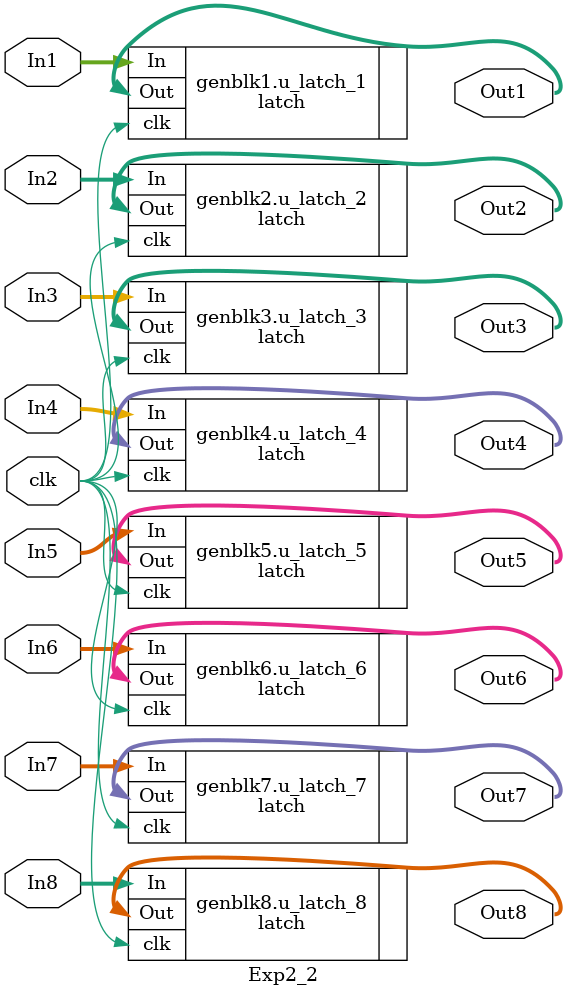
<source format=v>



`timescale 1 ns / 1 ns

module Exp2_2
          (clk,
           In1,
           In2,
           In3,
           In4,
           In5,
           In6,
           In7,
           In8,
           Out1,
           Out2,
           Out3,
           Out4,
           Out5,
           Out6,
           Out7,
           Out8);


  input   clk;
  input   [31:0] In1;  // uint32
  input   [31:0] In2;  // uint32
  input   [31:0] In3;  // uint32
  input   [31:0] In4;  // uint32
  input   [31:0] In5;  // uint32
  input   [31:0] In6;  // uint32
  input   [31:0] In7;  // uint32
  input   [31:0] In8;  // uint32
  output  [31:0] Out1;  // uint32
  output  [31:0] Out2;  // uint32
  output  [31:0] Out3;  // uint32
  output  [31:0] Out4;  // uint32
  output  [31:0] Out5;  // uint32
  output  [31:0] Out6;  // uint32
  output  [31:0] Out7;  // uint32
  output  [31:0] Out8;  // uint32

	parameter I1 = 0,
	     I2 = 0,		
	     I3 = 0,		
	     I4 = 0,		
	     I5 = 0,		
	     I6 = 0,		
	     I7 = 0,		
	     I8 = 0;		


  reg [31:0] Delay_out1;  // uint32
  reg [31:0] Delay1_out1;  // uint32
  reg [31:0] Delay2_out1;  // uint32
  reg [31:0] Delay3_out1;  // uint32
  reg [31:0] Delay4_out1;  // uint32
  reg [31:0] Delay5_out1;  // uint32
  reg [31:0] Delay6_out1;  // uint32
  reg [31:0] Delay7_out1;  // uint32

 if (I1 == 0) begin
 latch u_latch_1(.clk(clk),.In(In1),.Out(Out1));
  end
 else begin
 	 latch_inv u_latch1 (.clk(clk),.In(In1),.Out(Out1));
 end 

 if (I2 == 0) begin
 latch u_latch_2(.clk(clk),.In(In2),.Out(Out2));
 end
 else begin
 	 latch_inv u_latch2 (.clk(clk),.In(In2),.Out(Out2));
 end 
 
if (I3 == 0) begin
 latch u_latch_3(.clk(clk),.In(In3),.Out(Out3));
 end
 else begin
 	 latch_inv u_latch3 (.clk(clk),.In(In3),.Out(Out3));
 end 

if (I4 == 0) begin
 latch u_latch_4(.clk(clk),.In(In4),.Out(Out4));
end
 else begin
 	 latch_inv u_latch4 (.clk(clk),.In(In4),.Out(Out4));
 end 

 if (I5 == 0) begin
 latch u_latch_5(.clk(clk),.In(In5),.Out(Out5));
end
 else begin
 	 latch_inv u_latch5 (.clk(clk),.In(In5),.Out(Out5));
 end 

  if (I6 == 0) begin
 latch u_latch_6(.clk(clk),.In(In6),.Out(Out6));
end
 else begin
 	 latch_inv u_latch6 (.clk(clk),.In(In6),.Out(Out6));
 end 

 if (I7 == 0) begin
 latch u_latch_7(.clk(clk),.In(In7),.Out(Out7));
end
 else begin
 	 latch_inv u_latch7 (.clk(clk),.In(In7),.Out(Out7));
 end 

 if (I8 == 0) begin
 latch u_latch_8(.clk(clk),.In(In8),.Out(Out8));

 end
 else begin
 	 latch_inv u_latch8 (.clk(clk),.In(In8),.Out(Out8));
 end 

endmodule  // Exp2_2


</source>
